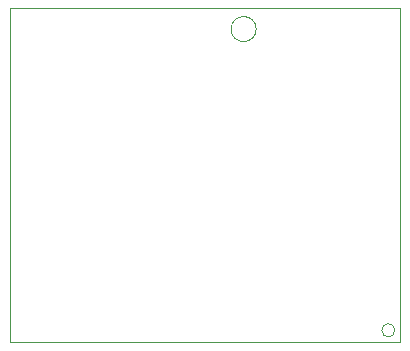
<source format=gbr>
%TF.GenerationSoftware,KiCad,Pcbnew,7.0.6-0*%
%TF.CreationDate,2023-09-19T06:41:03+09:00*%
%TF.ProjectId,scratch-rp2040,73637261-7463-4682-9d72-70323034302e,rev?*%
%TF.SameCoordinates,Original*%
%TF.FileFunction,Profile,NP*%
%FSLAX46Y46*%
G04 Gerber Fmt 4.6, Leading zero omitted, Abs format (unit mm)*
G04 Created by KiCad (PCBNEW 7.0.6-0) date 2023-09-19 06:41:03*
%MOMM*%
%LPD*%
G01*
G04 APERTURE LIST*
%TA.AperFunction,Profile*%
%ADD10C,0.100000*%
%TD*%
G04 APERTURE END LIST*
D10*
X114560660Y-50000000D02*
G75*
G03*
X114560660Y-50000000I-1060660J0D01*
G01*
X126309017Y-75500000D02*
G75*
G03*
X126309017Y-75500000I-559017J0D01*
G01*
X93750000Y-48250000D02*
X126750000Y-48250000D01*
X126750000Y-76500000D01*
X93750000Y-76500000D01*
X93750000Y-48250000D01*
M02*

</source>
